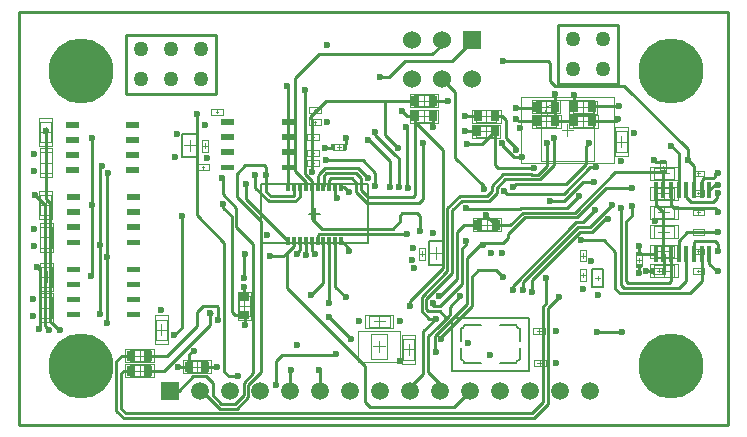
<source format=gbl>
G04*
G04 #@! TF.GenerationSoftware,Altium Limited,Altium Designer,18.0.12 (696)*
G04*
G04 Layer_Physical_Order=4*
G04 Layer_Color=16711680*
%FSLAX44Y44*%
%MOMM*%
G71*
G01*
G75*
%ADD14C,0.2540*%
%ADD15C,0.2000*%
%ADD19C,0.1270*%
%ADD20C,0.1000*%
%ADD21C,0.0500*%
%ADD23R,0.6000X0.4500*%
%ADD24R,0.4000X0.6000*%
%ADD27R,0.7000X0.9000*%
%ADD31R,0.4500X0.6000*%
%ADD33R,0.8000X0.9000*%
%ADD34R,0.9000X0.7000*%
%ADD59R,1.5000X1.5000*%
%ADD60C,1.5000*%
%ADD61C,1.2700*%
%ADD62C,1.5240*%
%ADD63R,1.5240X1.5240*%
%ADD64C,5.5000*%
%ADD65C,0.6000*%
%ADD66R,0.3000X0.7000*%
%ADD67R,0.6000X0.4000*%
%ADD68R,0.3500X1.4000*%
G36*
X233180Y253840D02*
X222198D01*
Y258759D01*
X233180D01*
Y253840D01*
D02*
G37*
G36*
X182180D02*
X171085D01*
Y258806D01*
X182180D01*
Y253840D01*
D02*
G37*
G36*
X101704Y251804D02*
X90722D01*
Y256723D01*
X101704D01*
Y251804D01*
D02*
G37*
G36*
X50704D02*
X39609D01*
Y256770D01*
X50704D01*
Y251804D01*
D02*
G37*
G36*
X233180Y241140D02*
X222216D01*
Y246056D01*
X233180D01*
Y241140D01*
D02*
G37*
G36*
X182180D02*
X171096D01*
Y246064D01*
X182180D01*
Y241140D01*
D02*
G37*
G36*
X101704Y239104D02*
X90740D01*
Y244020D01*
X101704D01*
Y239104D01*
D02*
G37*
G36*
X50704D02*
X39620D01*
Y244028D01*
X50704D01*
Y239104D01*
D02*
G37*
G36*
X233180Y228440D02*
X222227D01*
Y233331D01*
X233180D01*
Y228440D01*
D02*
G37*
G36*
X182180D02*
X171150D01*
Y233336D01*
X182180D01*
Y228440D01*
D02*
G37*
G36*
X101704Y226404D02*
X90751D01*
Y231295D01*
X101704D01*
Y226404D01*
D02*
G37*
G36*
X50704D02*
X39674D01*
Y231300D01*
X50704D01*
Y226404D01*
D02*
G37*
G36*
X233180Y215740D02*
X222219D01*
Y220607D01*
X233180D01*
Y215740D01*
D02*
G37*
G36*
X182180D02*
X171150D01*
Y220624D01*
X182180D01*
Y215740D01*
D02*
G37*
G36*
X101704Y213704D02*
X90743D01*
Y218571D01*
X101704D01*
Y213704D01*
D02*
G37*
G36*
X50704D02*
X39674D01*
Y218588D01*
X50704D01*
Y213704D01*
D02*
G37*
G36*
X102212Y190336D02*
X91230D01*
Y195255D01*
X102212D01*
Y190336D01*
D02*
G37*
G36*
X51212D02*
X40117D01*
Y195302D01*
X51212D01*
Y190336D01*
D02*
G37*
G36*
X102212Y177636D02*
X91248D01*
Y182552D01*
X102212D01*
Y177636D01*
D02*
G37*
G36*
X51212D02*
X40128D01*
Y182560D01*
X51212D01*
Y177636D01*
D02*
G37*
G36*
X102212Y164936D02*
X91259D01*
Y169827D01*
X102212D01*
Y164936D01*
D02*
G37*
G36*
X51212D02*
X40182D01*
Y169832D01*
X51212D01*
Y164936D01*
D02*
G37*
G36*
X102212Y152236D02*
X91251D01*
Y157103D01*
X102212D01*
Y152236D01*
D02*
G37*
G36*
X51212D02*
X40182D01*
Y157120D01*
X51212D01*
Y152236D01*
D02*
G37*
G36*
X102356Y129204D02*
X91374D01*
Y134123D01*
X102356D01*
Y129204D01*
D02*
G37*
G36*
X51356D02*
X40261D01*
Y134170D01*
X51356D01*
Y129204D01*
D02*
G37*
G36*
X102356Y116504D02*
X91392D01*
Y121420D01*
X102356D01*
Y116504D01*
D02*
G37*
G36*
X51356D02*
X40272D01*
Y121428D01*
X51356D01*
Y116504D01*
D02*
G37*
G36*
X102356Y103804D02*
X91403D01*
Y108695D01*
X102356D01*
Y103804D01*
D02*
G37*
G36*
X51356D02*
X40326D01*
Y108700D01*
X51356D01*
Y103804D01*
D02*
G37*
G36*
X102356Y91104D02*
X91395D01*
Y95971D01*
X102356D01*
Y91104D01*
D02*
G37*
G36*
X51356D02*
X40326D01*
Y95988D01*
X51356D01*
Y91104D01*
D02*
G37*
D14*
X295402Y242062D02*
X313690Y223774D01*
X276860Y238426D02*
Y243078D01*
X274828Y236394D02*
X276860Y238426D01*
X274828Y236394D02*
X275764Y235458D01*
X253615Y212880D02*
X258413Y217678D01*
X253615Y212072D02*
Y212880D01*
X252500Y210958D02*
X253615Y212072D01*
X252500Y201900D02*
Y210958D01*
X258413Y217678D02*
X287178D01*
X241808Y212291D02*
X247500Y206599D01*
Y201900D02*
Y206599D01*
X233520Y214831D02*
X242500Y205851D01*
Y201900D02*
Y205851D01*
X241808Y212291D02*
Y283718D01*
X245905Y260637D02*
X259842Y274574D01*
X245905Y260571D02*
X247820Y258655D01*
X245905Y260571D02*
Y260637D01*
X247820Y214472D02*
Y258655D01*
X267500Y193764D02*
X269240Y192024D01*
X267500Y193764D02*
Y201900D01*
X274604D02*
X279146Y197358D01*
X272500Y201900D02*
X274604D01*
X281940Y208788D02*
X285448Y205280D01*
Y197501D02*
Y205280D01*
Y197501D02*
X294735Y188214D01*
X289560Y199136D02*
Y209042D01*
Y199136D02*
X295656Y193040D01*
X263604Y208788D02*
X281940D01*
X259842Y213360D02*
X285242D01*
X259588Y224028D02*
X291142D01*
X285242Y213360D02*
X289560Y209042D01*
X287178Y217678D02*
X295354Y209502D01*
X291142Y224028D02*
X301498Y213672D01*
X294735Y188214D02*
X338328D01*
X204422Y163340D02*
Y172993D01*
X204300Y163218D02*
X204422Y163340D01*
X204300Y158418D02*
Y163218D01*
Y158418D02*
X204422Y158296D01*
Y44751D02*
Y158296D01*
X370586Y163163D02*
X376587Y169164D01*
X370586Y123698D02*
Y163163D01*
X73914Y96840D02*
Y143764D01*
X377564Y248800D02*
X387822D01*
X328168Y200914D02*
Y252222D01*
X227500Y201900D02*
Y286088D01*
X226822Y286766D02*
X227500Y286088D01*
X402638Y248616D02*
X402822Y248800D01*
X392020Y237998D02*
X402638Y248616D01*
X259842Y274574D02*
X309880D01*
X257679Y211196D02*
X259842Y213360D01*
X262500Y207684D02*
X263604Y208788D01*
X257679Y202079D02*
Y211196D01*
X257500Y201900D02*
X257679Y202079D01*
X233520Y214831D02*
Y293972D01*
X253492Y313944D01*
X275221Y162130D02*
X327992D01*
X190246Y124460D02*
Y143510D01*
X191262Y144526D01*
X150066Y177594D02*
Y263604D01*
X150114Y263652D01*
X150066Y177594D02*
X173688Y153972D01*
X309626Y245618D02*
Y274320D01*
Y245618D02*
X320802Y234442D01*
X309626Y274320D02*
X309880Y274574D01*
X328168Y261620D02*
X334892D01*
X323850Y265938D02*
X328168Y261620D01*
X341884Y191770D02*
Y238506D01*
X327660Y252222D02*
X328168D01*
X318468Y228648D02*
X321310Y225806D01*
X318402Y228648D02*
X318468D01*
X301244Y245806D02*
X318402Y228648D01*
X408432Y236728D02*
Y238563D01*
X402638Y220558D02*
X405264Y217932D01*
X412226Y242962D02*
X420796Y234392D01*
Y233254D02*
Y234392D01*
X402638Y220558D02*
Y248616D01*
X412226Y242962D02*
Y258080D01*
X408432Y236728D02*
X418592Y226568D01*
X425314D01*
X405264Y217932D02*
X436118D01*
X393293Y199644D02*
Y202337D01*
X362458Y183388D02*
X372824Y193754D01*
X396093D01*
X366522Y181705D02*
X374507Y189690D01*
X397776D01*
X537210Y224536D02*
X538806Y222940D01*
X545350D01*
X558350Y199060D02*
Y230320D01*
X552196Y236474D02*
X558350Y230320D01*
X262128Y91694D02*
X281178Y72644D01*
X226568Y116078D02*
X292608Y50038D01*
X226568Y116078D02*
Y146017D01*
X292608Y19558D02*
Y50038D01*
X223045Y143510D02*
X223553Y143002D01*
X212503Y143510D02*
X223045D01*
X223553Y143002D02*
X226568Y146017D01*
X193906Y34235D02*
X204422Y44751D01*
X184225Y193190D02*
X204422Y172993D01*
X172212Y195900D02*
X183896Y184216D01*
Y167386D02*
Y184216D01*
X196228Y154988D02*
X196294D01*
X192834Y158382D02*
X196228Y154988D01*
X192834Y158382D02*
Y158448D01*
X183896Y167386D02*
X192834Y158448D01*
X196294Y154988D02*
X197818Y153464D01*
Y43894D02*
Y153464D01*
X189842Y35918D02*
X197818Y43894D01*
X172212Y195900D02*
Y208527D01*
X330454Y104648D02*
X358394Y132588D01*
X330454Y100584D02*
Y104648D01*
X340662Y108459D02*
X362458Y130255D01*
X340662Y96218D02*
Y108459D01*
X344726Y106728D02*
X366522Y128524D01*
X344726Y97996D02*
Y106728D01*
X366522Y128524D02*
Y181705D01*
X362458Y130255D02*
Y183388D01*
X358394Y132588D02*
Y232971D01*
X301244Y245806D02*
Y248412D01*
X321310Y201168D02*
Y225806D01*
X313690Y201168D02*
Y223774D01*
X295656Y193040D02*
X333248D01*
X328168Y200914D02*
X328930D01*
X334892Y194684D02*
Y256473D01*
X294894Y241554D02*
X295402Y242062D01*
X309880Y274574D02*
X335146D01*
X333248Y193040D02*
X334892Y194684D01*
X338328Y188214D02*
X341884Y191770D01*
X409835Y308610D02*
X447802D01*
X449453Y306959D01*
X173688Y45006D02*
Y153972D01*
X232500Y151949D02*
Y155900D01*
X226568Y146017D02*
X232500Y151949D01*
X250444Y144526D02*
Y144592D01*
X247500Y147536D02*
X250444Y144592D01*
X234950Y144780D02*
Y145796D01*
X242500Y144342D02*
Y155900D01*
X234950Y145796D02*
X237500Y148346D01*
Y155900D01*
X247500Y147536D02*
Y155900D01*
X257556Y120650D02*
Y155844D01*
X247142Y110236D02*
X257556Y120650D01*
X257500Y155900D02*
X257556Y155844D01*
X278892Y147574D02*
Y149508D01*
X272500Y155900D02*
X278892Y149508D01*
X267500Y117310D02*
Y155900D01*
Y117310D02*
X276606Y108204D01*
X171958Y208781D02*
X172212Y208527D01*
X172720Y184092D02*
X179832Y176980D01*
X172720Y184092D02*
Y187198D01*
X209042Y211582D02*
Y218440D01*
X207518Y219964D02*
X209042Y218440D01*
X191516Y219964D02*
X207518D01*
X184225Y212673D02*
X191516Y219964D01*
X184225Y193190D02*
Y212673D01*
X167640Y101092D02*
X168402Y100330D01*
Y89154D02*
Y100330D01*
X179832Y95982D02*
Y176980D01*
X131064Y75946D02*
X137668Y82550D01*
X191770Y191630D02*
X227500Y155900D01*
X191770Y191630D02*
Y204470D01*
X211074Y189484D02*
X233520D01*
X212757Y193548D02*
X231837D01*
X209042Y197263D02*
X212757Y193548D01*
X199898Y200660D02*
Y211836D01*
Y200660D02*
X211074Y189484D01*
X209042Y197263D02*
Y211582D01*
X262500Y201900D02*
Y207684D01*
X334892Y256473D02*
Y261620D01*
Y256473D02*
X358394Y232971D01*
X358111Y293116D02*
X369316Y281911D01*
Y226314D02*
Y281911D01*
X336550Y179324D02*
X339090Y176784D01*
X324358Y179324D02*
X336550D01*
X322374Y177340D02*
X324358Y179324D01*
X339090Y164592D02*
Y176784D01*
X409835Y212344D02*
X433512D01*
X400162Y202671D02*
X409835Y212344D01*
X400162Y197823D02*
Y202671D01*
X396093Y193754D02*
X400162Y197823D01*
X411519Y208280D02*
X431829D01*
X404226Y200987D02*
X411519Y208280D01*
X404226Y196140D02*
Y200987D01*
X397776Y189690D02*
X404226Y196140D01*
X378762Y183340D02*
X423813D01*
X394970Y175710D02*
Y177546D01*
X410020Y198587D02*
X412661Y195946D01*
X418020Y201740D02*
X420242Y203962D01*
X412661Y195946D02*
X460868D01*
X322374Y172514D02*
Y177340D01*
X316054Y166194D02*
X322374Y172514D01*
X267208Y58928D02*
X268224Y59944D01*
X222250Y58928D02*
X267208D01*
X217424Y54102D02*
X222250Y58928D01*
X217424Y33782D02*
Y54102D01*
X229600Y46212D02*
X229870Y46482D01*
X229600Y28851D02*
Y46212D01*
X68580Y93980D02*
Y217424D01*
X255000Y28851D02*
Y45736D01*
X253746Y46990D02*
X255000Y45736D01*
X301498Y202692D02*
Y213672D01*
X252500Y160660D02*
X253970Y162130D01*
X252500Y155900D02*
Y160660D01*
X254843Y162194D02*
X275157D01*
X254779Y162130D02*
X254843Y162194D01*
X276905Y166194D02*
X316054D01*
X276841Y166258D02*
X276905Y166194D01*
X275157Y162194D02*
X275221Y162130D01*
X255890Y166258D02*
X276841D01*
X247500Y174648D02*
X255890Y166258D01*
X253970Y162130D02*
X254779D01*
X233520Y189484D02*
X237500Y193464D01*
X247500Y174648D02*
Y201900D01*
X339090Y164592D02*
X339344Y164338D01*
X379476Y237998D02*
X392020D01*
X155194Y101092D02*
X167640D01*
X150114Y96012D02*
X155194Y101092D01*
X150114Y83820D02*
Y96012D01*
X124968Y58674D02*
X150114Y83820D01*
X262500Y103750D02*
Y155900D01*
X262128Y103378D02*
X262500Y103750D01*
X161290Y93374D02*
X163166Y95250D01*
X167894Y88646D02*
X168402Y89154D01*
X109354Y58674D02*
X124968D01*
X161798Y95250D02*
X163166D01*
X161290Y84648D02*
Y93374D01*
X122854Y46212D02*
X161290Y84648D01*
X109354Y46212D02*
X122854D01*
X173688Y45006D02*
X177546Y41148D01*
X179832Y95982D02*
X182296Y93518D01*
X146256Y62484D02*
X147828D01*
X147320Y41148D02*
X157988D01*
X135022Y28851D02*
X147320Y41148D01*
X134112Y49276D02*
X134366Y49530D01*
X265256Y234950D02*
X265764Y235458D01*
X258826Y234950D02*
X265256D01*
X237500Y193464D02*
Y201900D01*
X232500Y194211D02*
Y201900D01*
X231837Y193548D02*
X232500Y194211D01*
X369316Y226314D02*
X393293Y202337D01*
X350146Y274574D02*
X362712D01*
X349892Y252088D02*
Y261620D01*
X177546Y41148D02*
X185420D01*
X483358Y167688D02*
X501598Y185928D01*
X487426Y181864D02*
Y182118D01*
X472234Y175816D02*
X496824Y200406D01*
X470551Y179880D02*
X504611Y213940D01*
X496824Y200406D02*
X518716D01*
X504611Y213940D02*
X545350D01*
X509270Y118727D02*
Y183642D01*
X292608Y19558D02*
X296926Y15240D01*
X368390D01*
X193906Y23651D02*
Y34235D01*
X184225Y13970D02*
X193906Y23651D01*
X351076Y100536D02*
X355806D01*
X355346Y108966D02*
X355600Y108712D01*
X355854Y96266D02*
X360205Y91915D01*
X346456Y96266D02*
X355854D01*
X350520Y101092D02*
Y103124D01*
X342138Y79502D02*
X352806Y90170D01*
X346710D02*
X352806D01*
X354095Y83360D02*
X354190D01*
X346202Y75467D02*
X354095Y83360D01*
X354978Y78438D02*
X355139D01*
X351584Y75044D02*
X354978Y78438D01*
X357378Y72644D02*
Y74930D01*
X364538Y100378D02*
X373126Y108966D01*
X364538Y93708D02*
Y100378D01*
X350520Y101092D02*
X351076Y100536D01*
X344726Y97996D02*
X346456Y96266D01*
X340662Y96218D02*
X346710Y90170D01*
X360205Y91915D02*
X362745D01*
X354190Y83360D02*
X362745Y91915D01*
X364538Y93708D01*
X355806Y100536D02*
X374650Y119380D01*
X191262Y144526D02*
Y145288D01*
X446532Y219304D02*
Y238506D01*
X433718Y212138D02*
X439366D01*
X446532Y219304D01*
X433512Y212344D02*
X433718Y212138D01*
X342138Y42926D02*
Y79502D01*
X331200Y28851D02*
Y31988D01*
X342138Y42926D01*
X452882Y242824D02*
X453136Y242570D01*
Y220161D02*
Y242570D01*
X432035Y208074D02*
X441049D01*
X453136Y220161D01*
X431829Y208280D02*
X432035Y208074D01*
X356600Y28851D02*
Y34528D01*
X346202Y44926D02*
X356600Y34528D01*
X346202Y44926D02*
Y75467D01*
X355600Y108712D02*
X370586Y123698D01*
X387897Y169164D02*
X388232Y169499D01*
X376587Y169164D02*
X387897D01*
X453390Y287274D02*
X512318D01*
X449453Y291211D02*
X453390Y287274D01*
X449453Y291211D02*
Y306959D01*
X566166Y224536D02*
Y233426D01*
X512318Y287274D02*
X566166Y233426D01*
X545350Y145060D02*
Y180074D01*
X538850Y186574D02*
X545350Y180074D01*
X538850Y186574D02*
Y199060D01*
X494777Y156464D02*
X504611Y146631D01*
Y115403D02*
Y146631D01*
Y115403D02*
X508254Y111760D01*
X434340Y123002D02*
X474962Y163624D01*
X434340Y112776D02*
Y123002D01*
X426720Y121129D02*
X473279Y167688D01*
X426720Y114300D02*
Y121129D01*
X182296Y93518D02*
X190500D01*
X131064Y75946D02*
Y76454D01*
X137668Y82550D02*
Y177292D01*
X143368Y49530D02*
Y59596D01*
X146256Y62484D01*
X134366Y49530D02*
X143368D01*
X157368D02*
X167640D01*
X86360Y43688D02*
X88884Y46212D01*
X86360Y13875D02*
Y43688D01*
Y13875D02*
X90329Y9906D01*
X82296Y12192D02*
X88646Y5842D01*
X435864D01*
X88884Y46212D02*
X94354D01*
X86868Y58674D02*
X94354D01*
X82296Y54102D02*
X86868Y58674D01*
X82296Y12192D02*
Y54102D01*
X190500Y108518D02*
Y116881D01*
Y93518D02*
X191008Y93010D01*
Y84582D02*
Y93010D01*
X417627Y117784D02*
X471595Y171752D01*
X417627Y114415D02*
Y117784D01*
X474962Y163624D02*
X485041D01*
X394970Y175710D02*
X397021D01*
X426101Y179880D02*
X470551D01*
X415719Y169499D02*
X426101Y179880D01*
X463852Y183944D02*
X473710Y193802D01*
X424417Y183944D02*
X463852D01*
X423813Y183340D02*
X424417Y183944D01*
X427784Y175816D02*
X472234D01*
X414098Y162130D02*
X427784Y175816D01*
X378206Y183896D02*
X378762Y183340D01*
X397021Y175710D02*
X403232Y169499D01*
X530606Y130810D02*
X536774D01*
X530606Y130480D02*
Y130810D01*
X515732Y120142D02*
X549793D01*
X513588Y122286D02*
X515732Y120142D01*
X513588Y122286D02*
Y172212D01*
X518922Y177546D01*
X577850Y121666D02*
Y145060D01*
X567944Y111760D02*
X577850Y121666D01*
X508254Y111760D02*
X567944D01*
X509270Y118727D02*
X512173Y115824D01*
X558292D02*
X564850Y122382D01*
X512173Y115824D02*
X558292D01*
X549793Y120142D02*
X551850Y122199D01*
X564850Y122382D02*
Y145060D01*
X551850Y122199D02*
Y145060D01*
X545350D02*
X545774Y144636D01*
Y130810D02*
Y144636D01*
X518922Y177546D02*
Y185420D01*
X483108Y218186D02*
X488696D01*
X485902Y205486D02*
X486410Y205994D01*
X477200Y205486D02*
X485902D01*
X461452Y189738D02*
X477200Y205486D01*
X471595Y171752D02*
X477314D01*
X473279Y167688D02*
X483358D01*
X403232Y169499D02*
X415719D01*
X449160Y189738D02*
X461452D01*
X460868Y195946D02*
X483108Y218186D01*
X477314Y171752D02*
X487426Y181864D01*
X485041Y163624D02*
X495915Y174498D01*
X475996Y156464D02*
X494777D01*
X414098Y158623D02*
Y162130D01*
X479806Y220980D02*
Y236474D01*
X462788Y203962D02*
X479806Y220980D01*
X420242Y203962D02*
X462788D01*
X495915Y174498D02*
X498703D01*
X571350Y199060D02*
Y219352D01*
X566166Y224536D02*
X571350Y219352D01*
X588823Y183439D02*
X592252Y180010D01*
X551850Y186020D02*
Y199060D01*
Y186020D02*
X554431Y183439D01*
X588823D01*
X545350Y199060D02*
Y213940D01*
X374650Y149352D02*
X378505Y153207D01*
X374650Y119380D02*
Y149352D01*
X378505Y153207D02*
Y156054D01*
X393293Y154077D02*
X409551D01*
X414098Y158623D01*
X392430Y152400D02*
Y153213D01*
X393293Y154077D01*
X389890Y152400D02*
X392430D01*
X378714Y141224D02*
X389890Y152400D01*
X377190Y261620D02*
X377190Y261620D01*
X387978D01*
X408686D02*
X412226Y258080D01*
X402978Y261620D02*
X408686D01*
X524510Y128630D02*
Y134700D01*
Y144700D02*
Y151678D01*
Y144700D02*
X524870Y145060D01*
X538850D01*
X584350Y199060D02*
X588938Y203648D01*
X590550D01*
X584350Y136500D02*
Y145060D01*
Y136500D02*
X590370Y130480D01*
X591160Y146990D02*
Y153720D01*
X589280Y155600D02*
X591160Y153720D01*
X572160Y155600D02*
X589280D01*
X571350Y145060D02*
Y154790D01*
X572160Y155600D01*
X558350Y145060D02*
Y156210D01*
X565640Y163500D01*
X591490D01*
X590624Y192633D02*
Y196124D01*
X564850Y192859D02*
Y199060D01*
Y192859D02*
X568479Y189230D01*
X587221D01*
X590624Y192633D01*
X577850Y199060D02*
Y207518D01*
X579882Y209550D01*
X588359D01*
X589280Y210471D02*
Y213030D01*
X588359Y209550D02*
X589280Y210471D01*
X577850Y199060D02*
X577850Y199060D01*
X443738Y19463D02*
Y100743D01*
X447906Y17884D02*
Y99164D01*
X355139Y78438D02*
X378920Y102219D01*
X357378Y74930D02*
X382984Y100536D01*
X378920Y102219D02*
Y111366D01*
X382984Y100536D02*
Y125494D01*
X368390Y15240D02*
X382000Y28851D01*
X304978Y294894D02*
X312674D01*
X366776Y308610D02*
X383286Y325120D01*
X326390Y308610D02*
X366776D01*
X312674Y294894D02*
X326390Y308610D01*
X357886Y322072D02*
Y325120D01*
X349758Y313944D02*
X357886Y322072D01*
X253492Y313944D02*
X349758D01*
X453647Y269494D02*
Y280159D01*
X453724Y257189D02*
X453865Y257048D01*
X470064D01*
X453647Y257267D02*
X453724Y257189D01*
X453647Y257267D02*
Y269494D01*
X505460Y257048D02*
X507238Y258826D01*
X485064Y257048D02*
X505460D01*
X422769Y257189D02*
X438724D01*
X420624Y259334D02*
X422769Y257189D01*
X484871Y269240D02*
X485379Y269748D01*
X507746D01*
X469871Y269240D02*
Y279371D01*
X351584Y63198D02*
Y75044D01*
Y63198D02*
X352552Y62230D01*
X73914Y143764D02*
X74676Y143002D01*
Y142494D02*
Y143002D01*
X73406Y143764D02*
X73914D01*
Y213106D01*
X434181Y9906D02*
X443738Y19463D01*
X182541Y18034D02*
X189842Y25335D01*
X171196Y18034D02*
X182541D01*
X163830Y25400D02*
X171196Y18034D01*
X163830Y25400D02*
Y35306D01*
X157988Y41148D02*
X163830Y35306D01*
X90329Y9906D02*
X434181D01*
X435864Y5842D02*
X447906Y17884D01*
X169513Y13970D02*
X184225D01*
X154632Y28851D02*
X169513Y13970D01*
X189842Y25335D02*
Y35918D01*
X443738Y100743D02*
X445704Y102709D01*
X447906Y99164D02*
X457020Y108278D01*
X445704Y102709D02*
Y124780D01*
X378714Y111572D02*
Y141224D01*
X382984Y125494D02*
X388760Y131270D01*
X403908D02*
X409956Y125222D01*
X437377Y268224D02*
X438647Y269494D01*
X420370Y268224D02*
X437377D01*
X479806Y236474D02*
X482346Y239014D01*
X388760Y131270D02*
X403908D01*
X378714Y111572D02*
X378920Y111366D01*
X153400Y28851D02*
X154632D01*
X128000D02*
X135022D01*
X68580Y217424D02*
X70104Y218948D01*
X67310Y152400D02*
X68072D01*
X61468Y126492D02*
Y186436D01*
X74374Y86820D02*
Y96380D01*
X73914Y86360D02*
X74374Y86820D01*
X73914Y96840D02*
X74374Y96380D01*
X61468Y186436D02*
Y243078D01*
X60960Y125984D02*
X61468Y126492D01*
X22352Y191486D02*
Y248666D01*
Y191486D02*
X25860Y187978D01*
X30686Y83136D02*
X33162Y80660D01*
X30686Y83136D02*
Y83267D01*
X27292Y86661D02*
X30686Y83267D01*
X27161Y86661D02*
X27292D01*
X25860Y87962D02*
X27161Y86661D01*
X25860Y87962D02*
Y187978D01*
X22558Y83201D02*
X24892Y80867D01*
X22558Y83201D02*
Y83426D01*
X21796Y84188D02*
X22558Y83426D01*
X21796Y84188D02*
Y186295D01*
X33162Y80660D02*
X34290D01*
X13462Y194629D02*
X21796Y186295D01*
X14808Y134170D02*
X17732Y131246D01*
Y81994D02*
Y131246D01*
X16764Y81026D02*
X17732Y81994D01*
X488950Y78410D02*
X510464D01*
X166190Y280468D02*
Y330252D01*
X89990D02*
X166190D01*
X89990Y280468D02*
Y330252D01*
Y280468D02*
X166190D01*
X455930Y338836D02*
X506730D01*
Y289052D02*
Y338836D01*
X455930Y289052D02*
X506730D01*
X455930D02*
Y338836D01*
X0Y0D02*
X600000D01*
X0D02*
Y350000D01*
X600000D01*
Y0D02*
Y350000D01*
D15*
X388112Y258064D02*
X389636Y259588D01*
X346810Y135796D02*
X359310D01*
Y155796D01*
X346810D02*
X359310D01*
X346810Y135796D02*
Y155796D01*
X205000Y153900D02*
X225000D01*
X205000D02*
Y203900D01*
X295000D01*
Y153900D02*
Y203900D01*
X225000Y153900D02*
X295000D01*
X150522Y226728D02*
Y246728D01*
X138022Y226728D02*
X150522D01*
X138022D02*
Y246728D01*
X150522D01*
X485307Y116710D02*
X493807D01*
Y132210D01*
X485307D02*
X493807D01*
X485307Y116710D02*
Y132210D01*
X250000Y173900D02*
Y183900D01*
Y178900D02*
Y183900D01*
X245000Y178900D02*
X250000D01*
X245000D02*
X255000D01*
D19*
X423780Y55580D02*
G03*
X420780Y52580I0J-3000D01*
G01*
X376780D02*
G03*
X373780Y55580I-3000J0D01*
G01*
X420780Y84580D02*
G03*
X423780Y81580I3000J0D01*
G01*
X373780D02*
G03*
X376780Y84580I0J3000D01*
G01*
X366280Y46080D02*
Y91080D01*
X431280D01*
Y46080D02*
Y91080D01*
X366280Y46080D02*
X431280D01*
X423780Y55580D02*
Y65580D01*
X406780Y52580D02*
X420780D01*
X376780D02*
X390780D01*
X373780Y55580D02*
Y65580D01*
X423780Y71580D02*
Y81580D01*
X406780Y84580D02*
X420780D01*
X376780D02*
X390780D01*
X373780Y71580D02*
Y81580D01*
D20*
X455602Y266004D02*
G03*
X455602Y266004I-5000J0D01*
G01*
X338368Y140034D02*
X343368D01*
Y150034D01*
X338368D02*
X343368D01*
X338368Y140034D02*
Y150034D01*
X265764Y237958D02*
X275764D01*
X265764Y232958D02*
Y237958D01*
Y232958D02*
X275764D01*
Y237958D01*
X141618Y44780D02*
Y54280D01*
X159118Y44780D02*
Y54280D01*
X141618Y44780D02*
X159118D01*
X141618Y54280D02*
X159118D01*
X185750Y92518D02*
X195250D01*
X185750Y109518D02*
X195250D01*
Y92518D02*
Y109518D01*
X185750Y92518D02*
Y109518D01*
X522010Y134700D02*
X527010D01*
X522010D02*
Y144700D01*
X527010D01*
Y134700D02*
Y144700D01*
X536274Y128310D02*
Y133310D01*
X546274D01*
Y128310D02*
Y133310D01*
X536274Y128310D02*
X546274D01*
X542850Y213440D02*
X547850D01*
X542850D02*
Y223440D01*
X547850D01*
Y213440D02*
Y223440D01*
X387232Y164749D02*
Y174249D01*
X404232Y164749D02*
Y174249D01*
X387232Y164749D02*
X404232D01*
X387232Y174249D02*
X404232D01*
X245190Y264200D02*
Y269200D01*
Y264200D02*
X255190D01*
Y269200D01*
X245190D02*
X255190D01*
Y253790D02*
Y258790D01*
X245190D02*
X255190D01*
X245190Y253790D02*
Y258790D01*
Y253790D02*
X255190D01*
X253666Y241086D02*
Y246086D01*
X243666D02*
X253666D01*
X243666Y241086D02*
Y246086D01*
Y241086D02*
X253666D01*
Y227878D02*
Y232878D01*
X243666D02*
X253666D01*
X243666Y227878D02*
Y232878D01*
Y227878D02*
X253666D01*
X243666Y219496D02*
Y224496D01*
Y219496D02*
X253666D01*
Y224496D01*
X243666D02*
X253666D01*
X159868Y231474D02*
Y241474D01*
X154868Y231474D02*
X159868D01*
X154868D02*
Y241474D01*
X159868D01*
X150496Y215690D02*
X160496D01*
X150496D02*
Y220690D01*
X160496D01*
Y215690D02*
Y220690D01*
X162132Y267930D02*
X172132D01*
Y262930D02*
Y267930D01*
X162132Y262930D02*
X172132D01*
X162132D02*
Y267930D01*
X569980Y166000D02*
X579980D01*
Y161000D02*
Y166000D01*
X569980Y161000D02*
X579980D01*
X569980D02*
Y166000D01*
Y149490D02*
X579980D01*
Y144490D02*
Y149490D01*
X569980Y144490D02*
X579980D01*
X569980D02*
Y149490D01*
Y132980D02*
X579980D01*
Y127980D02*
Y132980D01*
X569980Y127980D02*
X579980D01*
X569980D02*
Y132980D01*
Y215530D02*
X579980D01*
Y210530D02*
Y215530D01*
X569980Y210530D02*
X579980D01*
X569980D02*
Y215530D01*
Y198870D02*
X579980D01*
Y193870D02*
Y198870D01*
X569980Y193870D02*
X579980D01*
X569980D02*
Y198870D01*
Y182510D02*
X579980D01*
Y177510D02*
Y182510D01*
X569980Y177510D02*
X579980D01*
X569980D02*
Y182510D01*
X537150Y168250D02*
X554150D01*
X537150Y158750D02*
X554150D01*
X537150D02*
Y168250D01*
X554150Y158750D02*
Y168250D01*
X537150Y151740D02*
X554150D01*
X537150Y142240D02*
X554150D01*
X537150D02*
Y151740D01*
X554150Y142240D02*
Y151740D01*
X537150Y135230D02*
X554150D01*
X537150Y125730D02*
X554150D01*
X537150D02*
Y135230D01*
X554150Y125730D02*
Y135230D01*
X537150Y217780D02*
X554150D01*
X537150Y208280D02*
X554150D01*
X537150D02*
Y217780D01*
X554150Y208280D02*
Y217780D01*
X537150Y201120D02*
X554150D01*
X537150Y191620D02*
X554150D01*
X537150D02*
Y201120D01*
X554150Y191620D02*
Y201120D01*
X537150Y184760D02*
X554150D01*
X537150Y175260D02*
X554150D01*
X537150D02*
Y184760D01*
X554150Y175260D02*
Y184760D01*
X475020Y122000D02*
Y132000D01*
X480020D01*
Y122000D02*
Y132000D01*
X475020Y122000D02*
X480020D01*
X474436Y138510D02*
Y148510D01*
X479436D01*
Y138510D02*
Y148510D01*
X474436Y138510D02*
X479436D01*
X434968Y77510D02*
X444968D01*
X434968D02*
Y82510D01*
X444968D01*
Y77510D02*
Y82510D01*
X435690Y50284D02*
X445690D01*
X435690D02*
Y55284D01*
X445690D01*
Y50284D02*
Y55284D01*
X468871Y273990D02*
X485872D01*
X468871Y264490D02*
X485872D01*
Y273990D01*
X468871Y264490D02*
Y273990D01*
X437646Y274244D02*
X454646D01*
X437646Y264744D02*
X454646D01*
Y274244D01*
X437646Y264744D02*
Y274244D01*
X437724Y261939D02*
X454724D01*
X437724Y252439D02*
X454724D01*
Y261939D01*
X437724Y252439D02*
Y261939D01*
X486063Y252298D02*
Y261798D01*
X469063Y252298D02*
Y261798D01*
X486063D01*
X469063Y252298D02*
X486063D01*
X386978Y266370D02*
X403978D01*
X386978Y256870D02*
X403978D01*
Y266370D01*
X386978Y256870D02*
Y266370D01*
X386822Y253550D02*
X403822D01*
X386822Y244050D02*
X403822D01*
Y253550D01*
X386822Y244050D02*
Y253550D01*
X334146Y269824D02*
X351146D01*
X334146Y279324D02*
X351146D01*
X334146Y269824D02*
Y279324D01*
X351146Y269824D02*
Y279324D01*
X333892Y256870D02*
X350892D01*
X333892Y266370D02*
X350892D01*
X333892Y256870D02*
Y266370D01*
X350892Y256870D02*
Y266370D01*
X17856Y213446D02*
Y230946D01*
X27356Y213446D02*
Y230946D01*
X17856Y213446D02*
X27356D01*
X17856Y230946D02*
X27356D01*
X296050Y92634D02*
X313550D01*
X296050Y83134D02*
X313550D01*
X296050D02*
Y92634D01*
X313550Y83134D02*
Y92634D01*
X324942Y55508D02*
Y72508D01*
X334442Y55508D02*
Y72508D01*
X324942Y55508D02*
X334442D01*
X324942Y72508D02*
X334442D01*
X311546Y55798D02*
Y77298D01*
X297546Y55798D02*
Y77298D01*
Y55798D02*
X311546D01*
X297546Y77298D02*
X311546D01*
X125146Y72367D02*
Y89367D01*
X115646Y72367D02*
Y89367D01*
X125146D01*
X115646Y72367D02*
X125146D01*
X514394Y231258D02*
Y248758D01*
X504893Y231258D02*
Y248758D01*
X514394D01*
X504893Y231258D02*
X514394D01*
X441602Y224004D02*
Y275004D01*
X486601Y224004D02*
Y275004D01*
X441602D02*
X486601D01*
X441602Y224004D02*
X486601D01*
X110354Y41462D02*
Y50962D01*
X93354Y41462D02*
Y50962D01*
X110354D01*
X93354Y41462D02*
X110354D01*
Y53924D02*
Y63424D01*
X93354Y53924D02*
Y63424D01*
X110354D01*
X93354Y53924D02*
X110354D01*
X18230Y108176D02*
X27730D01*
X18230Y90676D02*
X27730D01*
Y108176D01*
X18230Y90676D02*
Y108176D01*
X17900Y167714D02*
X27400D01*
X17900Y150214D02*
X27400D01*
Y167714D01*
X17900Y150214D02*
Y167714D01*
X17653Y256496D02*
X27153D01*
X17653Y239496D02*
X27153D01*
Y256496D01*
X17653Y239496D02*
Y256496D01*
X17448Y177629D02*
Y194629D01*
X26948Y177629D02*
Y194629D01*
X17448Y177629D02*
X26948D01*
X17448Y194629D02*
X26948D01*
X18409Y116976D02*
Y133976D01*
X27909Y116976D02*
Y133976D01*
X18409Y116976D02*
X27909D01*
X18409Y133976D02*
X27909D01*
X348060Y145796D02*
X358060D01*
X353060Y140796D02*
Y150796D01*
X340868Y143034D02*
Y147034D01*
X338868Y145034D02*
X342868D01*
X270764Y233458D02*
Y237458D01*
X268764Y235458D02*
X272764D01*
X138368Y44030D02*
Y55030D01*
X162368Y44030D02*
Y55030D01*
X138368Y44030D02*
X162368D01*
X138368Y55030D02*
X162368D01*
X145618Y49530D02*
X155118D01*
X150368Y44780D02*
Y54280D01*
X185000Y89018D02*
X196000D01*
X185000Y113018D02*
X196000D01*
Y89018D02*
Y113018D01*
X185000Y89018D02*
Y113018D01*
X190500Y96268D02*
Y105768D01*
X185750Y101018D02*
X195250D01*
X524510Y137700D02*
Y141700D01*
X522510Y139700D02*
X526510D01*
X383732Y163999D02*
Y174999D01*
X407732Y163999D02*
Y174999D01*
X383732Y163999D02*
X407732D01*
X383732Y174999D02*
X407732D01*
X390982Y169499D02*
X400482D01*
X395732Y164749D02*
Y174249D01*
X155368Y236474D02*
X159368D01*
X157368Y234474D02*
Y238474D01*
X144272Y231728D02*
Y241728D01*
X139272Y236728D02*
X149272D01*
X545650Y158750D02*
Y168250D01*
X540900Y163500D02*
X550400D01*
X533650Y169000D02*
X557650D01*
X533650Y158000D02*
X557650D01*
X533650D02*
Y169000D01*
X557650Y158000D02*
Y169000D01*
X545650Y142240D02*
Y151740D01*
X540900Y146990D02*
X550400D01*
X533650Y152490D02*
X557650D01*
X533650Y141490D02*
X557650D01*
X533650D02*
Y152490D01*
X557650Y141490D02*
Y152490D01*
X545650Y125730D02*
Y135230D01*
X540900Y130480D02*
X550400D01*
X533650Y135980D02*
X557650D01*
X533650Y124980D02*
X557650D01*
X533650D02*
Y135980D01*
X557650Y124980D02*
Y135980D01*
X545650Y208280D02*
Y217780D01*
X540900Y213030D02*
X550400D01*
X533650Y218530D02*
X557650D01*
X533650Y207530D02*
X557650D01*
X533650D02*
Y218530D01*
X557650Y207530D02*
Y218530D01*
X545650Y191620D02*
Y201120D01*
X540900Y196370D02*
X550400D01*
X533650Y201870D02*
X557650D01*
X533650Y190870D02*
X557650D01*
X533650D02*
Y201870D01*
X557650Y190870D02*
Y201870D01*
X545650Y175260D02*
Y184760D01*
X540900Y180010D02*
X550400D01*
X533650Y185510D02*
X557650D01*
X533650Y174510D02*
X557650D01*
X533650D02*
Y185510D01*
X557650Y174510D02*
Y185510D01*
X489557Y122460D02*
Y126460D01*
X487557Y124460D02*
X491557D01*
X475520Y127000D02*
X479520D01*
X477520Y125000D02*
Y129000D01*
X474936Y143510D02*
X478936D01*
X476936Y141510D02*
Y145510D01*
X439968Y78010D02*
Y82010D01*
X437968Y80010D02*
X441968D01*
X440690Y50784D02*
Y54784D01*
X438690Y52784D02*
X442690D01*
X477371Y264490D02*
Y273990D01*
X472621Y269240D02*
X482122D01*
X465372Y274740D02*
X489371D01*
X465372Y263740D02*
X489371D01*
Y274740D01*
X465372Y263740D02*
Y274740D01*
X446147Y264744D02*
Y274244D01*
X441397Y269494D02*
X450896D01*
X434147Y274994D02*
X458147D01*
X434147Y263994D02*
X458147D01*
Y274994D01*
X434147Y263994D02*
Y274994D01*
X446224Y252439D02*
Y261939D01*
X441474Y257189D02*
X450974D01*
X434224Y262689D02*
X458224D01*
X434224Y251689D02*
X458224D01*
Y262689D01*
X434224Y251689D02*
Y262689D01*
X489563Y251548D02*
Y262548D01*
X465564Y251548D02*
Y262548D01*
X489563D01*
X465564Y251548D02*
X489563D01*
X472813Y257048D02*
X482313D01*
X477564Y252298D02*
Y261798D01*
X395478Y256870D02*
Y266370D01*
X390728Y261620D02*
X400228D01*
X383478Y267120D02*
X407478D01*
X383478Y256120D02*
X407478D01*
Y267120D01*
X383478Y256120D02*
Y267120D01*
X395322Y244050D02*
Y253550D01*
X390572Y248800D02*
X400072D01*
X383322Y254300D02*
X407322D01*
X383322Y243300D02*
X407322D01*
Y254300D01*
X383322Y243300D02*
Y254300D01*
X342646Y269824D02*
Y279324D01*
X337896Y274574D02*
X347396D01*
X330646Y269074D02*
X354646D01*
X330646Y280074D02*
X354646D01*
X330646Y269074D02*
Y280074D01*
X354646Y269074D02*
Y280074D01*
X342392Y256870D02*
Y266370D01*
X337642Y261620D02*
X347142D01*
X330392Y256120D02*
X354392D01*
X330392Y267120D02*
X354392D01*
X330392Y256120D02*
Y267120D01*
X354392Y256120D02*
Y267120D01*
X17856Y222196D02*
X27356D01*
X22606Y217446D02*
Y226946D01*
X17106Y210196D02*
Y234196D01*
X28106Y210196D02*
Y234196D01*
X17106Y210196D02*
X28106D01*
X17106Y234196D02*
X28106D01*
X304800Y83134D02*
Y92634D01*
X300050Y87884D02*
X309550D01*
X292800Y93384D02*
X316800D01*
X292800Y82384D02*
X316800D01*
X292800D02*
Y93384D01*
X316800Y82384D02*
Y93384D01*
X324942Y64008D02*
X334442D01*
X329692Y59258D02*
Y68758D01*
X324192Y52008D02*
Y76008D01*
X335192Y52008D02*
Y76008D01*
X324192Y52008D02*
X335192D01*
X324192Y76008D02*
X335192D01*
X299546Y66548D02*
X309546D01*
X304546Y61548D02*
Y71548D01*
X115646Y80867D02*
X125146D01*
X120396Y76117D02*
Y85617D01*
X125896Y68867D02*
Y92867D01*
X114896Y68867D02*
Y92867D01*
X125896D01*
X114896Y68867D02*
X125896D01*
X504893Y240008D02*
X514394D01*
X509644Y235258D02*
Y244758D01*
X515144Y228008D02*
Y252008D01*
X504143Y228008D02*
Y252008D01*
X515144D01*
X504143Y228008D02*
X515144D01*
X459101Y249504D02*
X469102D01*
X464101Y244504D02*
Y254504D01*
X113854Y40712D02*
Y51712D01*
X89854Y40712D02*
Y51712D01*
X113854D01*
X89854Y40712D02*
X113854D01*
X97104Y46212D02*
X106604D01*
X101854Y41462D02*
Y50962D01*
X113854Y53174D02*
Y64174D01*
X89854Y53174D02*
Y64174D01*
X113854D01*
X89854Y53174D02*
X113854D01*
X97104Y58674D02*
X106604D01*
X101854Y53924D02*
Y63424D01*
X17480Y111426D02*
X28480D01*
X17480Y87426D02*
X28480D01*
Y111426D01*
X17480Y87426D02*
Y111426D01*
X22980Y94676D02*
Y104176D01*
X18230Y99426D02*
X27730D01*
X17150Y170964D02*
X28150D01*
X17150Y146964D02*
X28150D01*
Y170964D01*
X17150Y146964D02*
Y170964D01*
X22650Y154214D02*
Y163714D01*
X17900Y158964D02*
X27400D01*
X16903Y259996D02*
X27903D01*
X16903Y235996D02*
X27903D01*
Y259996D01*
X16903Y235996D02*
Y259996D01*
X22403Y243246D02*
Y252746D01*
X17653Y247996D02*
X27153D01*
X17448Y186129D02*
X26948D01*
X22198Y181379D02*
Y190879D01*
X16698Y174129D02*
Y198129D01*
X27698Y174129D02*
Y198129D01*
X16698Y174129D02*
X27698D01*
X16698Y198129D02*
X27698D01*
X18409Y125476D02*
X27909D01*
X23159Y120726D02*
Y130226D01*
X17659Y113476D02*
Y137476D01*
X28659Y113476D02*
Y137476D01*
X17659Y113476D02*
X28659D01*
X17659Y137476D02*
X28659D01*
D21*
X540274Y130810D02*
X542274D01*
X541274Y129810D02*
Y131810D01*
X545350Y217440D02*
Y219440D01*
X544350Y218440D02*
X546350D01*
X249190Y266700D02*
X251190D01*
X250190Y265700D02*
Y267700D01*
X249190Y256290D02*
X251190D01*
X250190Y255290D02*
Y257290D01*
X247666Y243586D02*
X249666D01*
X248666Y242586D02*
Y244586D01*
X247666Y230378D02*
X249666D01*
X248666Y229378D02*
Y231378D01*
X247666Y221996D02*
X249666D01*
X248666Y220996D02*
Y222996D01*
X155496Y217190D02*
Y219190D01*
X154496Y218190D02*
X156496D01*
X167132Y264430D02*
Y266430D01*
X166132Y265430D02*
X168132D01*
X574980Y162500D02*
Y164500D01*
X573980Y163500D02*
X575980D01*
X574980Y145990D02*
Y147990D01*
X573980Y146990D02*
X575980D01*
X574980Y129480D02*
Y131480D01*
X573980Y130480D02*
X575980D01*
X574980Y212030D02*
Y214030D01*
X573980Y213030D02*
X575980D01*
X574980Y195370D02*
Y197370D01*
X573980Y196370D02*
X575980D01*
X574980Y179010D02*
Y181010D01*
X573980Y180010D02*
X575980D01*
X322546Y53048D02*
Y80048D01*
X286546Y53048D02*
Y80048D01*
Y53048D02*
X322546D01*
X286546Y80048D02*
X322546D01*
X425102Y221504D02*
Y277504D01*
X503102Y221504D02*
Y277504D01*
X425102D02*
X503102D01*
X425102Y221504D02*
X503102D01*
D23*
X524510Y144700D02*
D03*
Y134700D02*
D03*
D24*
X536774Y130810D02*
D03*
X545774D02*
D03*
D27*
X388232Y169499D02*
D03*
X403232D02*
D03*
X484871Y269240D02*
D03*
X469871D02*
D03*
X453647Y269494D02*
D03*
X438647D02*
D03*
X453724Y257189D02*
D03*
X438724D02*
D03*
X485064Y257048D02*
D03*
X470064D02*
D03*
X402978Y261620D02*
D03*
X387978D02*
D03*
X402822Y248800D02*
D03*
X387822D02*
D03*
X335146Y274574D02*
D03*
X350146D02*
D03*
X334892Y261620D02*
D03*
X349892D02*
D03*
X109354Y46212D02*
D03*
X94354D02*
D03*
X109354Y58674D02*
D03*
X94354D02*
D03*
D31*
X275764Y235458D02*
D03*
X265764D02*
D03*
D33*
X143368Y49530D02*
D03*
X157368D02*
D03*
D34*
X190500Y93518D02*
D03*
Y108518D02*
D03*
D59*
X128000Y28851D02*
D03*
D60*
X153400D02*
D03*
X178800D02*
D03*
X204200D02*
D03*
X229600D02*
D03*
X255000D02*
D03*
X280400D02*
D03*
X305800D02*
D03*
X331200D02*
D03*
X356600D02*
D03*
X382000D02*
D03*
X407400D02*
D03*
X432800D02*
D03*
X458200D02*
D03*
X483600D02*
D03*
D61*
X153490Y292660D02*
D03*
Y318060D02*
D03*
X128090Y292660D02*
D03*
Y318060D02*
D03*
X102690Y292660D02*
D03*
Y318060D02*
D03*
X494030Y301244D02*
D03*
Y326644D02*
D03*
X468630Y301244D02*
D03*
Y326644D02*
D03*
D62*
X332711Y293116D02*
D03*
X358111D02*
D03*
X383511D02*
D03*
X332711Y326136D02*
D03*
X358111D02*
D03*
D63*
X383511D02*
D03*
D64*
X552000Y50000D02*
D03*
Y300000D02*
D03*
X52000D02*
D03*
Y50000D02*
D03*
D65*
X276860Y243078D02*
D03*
X247820Y214472D02*
D03*
X269240Y192024D02*
D03*
X279146Y197358D02*
D03*
X210094Y160818D02*
D03*
X350520Y162814D02*
D03*
X377564Y248800D02*
D03*
X226822Y286766D02*
D03*
X241808Y283718D02*
D03*
X327992Y162130D02*
D03*
X190246Y124460D02*
D03*
X150114Y263652D02*
D03*
X132080Y226822D02*
D03*
X323850Y265938D02*
D03*
X341884Y238506D02*
D03*
X327660Y252222D02*
D03*
X320802Y234442D02*
D03*
X408432Y238563D02*
D03*
X425314Y226568D02*
D03*
X393293Y199644D02*
D03*
X537210Y224536D02*
D03*
X509644Y223909D02*
D03*
X322580Y54102D02*
D03*
X281178Y72644D02*
D03*
X262128Y91694D02*
D03*
X287274Y87884D02*
D03*
X322072D02*
D03*
X212503Y143510D02*
D03*
X235204Y67818D02*
D03*
X483870Y139192D02*
D03*
X477520Y115014D02*
D03*
X489557Y110137D02*
D03*
X332660Y140034D02*
D03*
X333919Y132751D02*
D03*
X333074Y150034D02*
D03*
X157368Y254366D02*
D03*
X158750Y225806D02*
D03*
X133630Y246228D02*
D03*
X321310Y201168D02*
D03*
X328930Y200914D02*
D03*
X301244Y248412D02*
D03*
X313690Y201168D02*
D03*
X294894Y241554D02*
D03*
X409835Y308610D02*
D03*
X234950Y144780D02*
D03*
X242500Y144342D02*
D03*
X250444Y144526D02*
D03*
X278892Y147574D02*
D03*
X171958Y208781D02*
D03*
X172720Y187198D02*
D03*
X191770Y204470D02*
D03*
X199898Y211836D02*
D03*
X209042Y211582D02*
D03*
X394970Y177546D02*
D03*
X410020Y198587D02*
D03*
X436118Y217932D02*
D03*
X418020Y201740D02*
D03*
X330454Y100584D02*
D03*
X268224Y59944D02*
D03*
X217424Y33782D02*
D03*
X229870Y46482D02*
D03*
X253746Y46990D02*
D03*
X301498Y202692D02*
D03*
X339344Y164338D02*
D03*
X379476Y237998D02*
D03*
X262128Y103378D02*
D03*
X247142Y110236D02*
D03*
X167894Y88646D02*
D03*
X161798Y95250D02*
D03*
X147828Y62484D02*
D03*
X134112Y49276D02*
D03*
X259588Y224028D02*
D03*
X295354Y209502D02*
D03*
X258826Y234950D02*
D03*
X362712Y274574D02*
D03*
X349892Y252088D02*
D03*
X518716Y200406D02*
D03*
X501598Y185928D02*
D03*
X487426Y182118D02*
D03*
X509270Y183642D02*
D03*
X355346Y108966D02*
D03*
X350520Y103124D02*
D03*
X352806Y90170D02*
D03*
X357378Y72644D02*
D03*
X191262Y144526D02*
D03*
X446532Y238506D02*
D03*
X452882Y242824D02*
D03*
X373126Y108966D02*
D03*
X276606Y108204D02*
D03*
X260600Y256290D02*
D03*
X131064Y76454D02*
D03*
X137668Y177292D02*
D03*
X167640Y49530D02*
D03*
X185420Y41148D02*
D03*
X120396Y97536D02*
D03*
X190500Y116881D02*
D03*
X191008Y84582D02*
D03*
X378206Y183896D02*
D03*
X530606Y130480D02*
D03*
X518922Y185420D02*
D03*
X488696Y218186D02*
D03*
X486410Y205994D02*
D03*
X449160Y189738D02*
D03*
X473710Y193802D02*
D03*
X475996Y156464D02*
D03*
X420796Y233254D02*
D03*
X566166Y224536D02*
D03*
X552196Y236474D02*
D03*
X520566Y247008D02*
D03*
X378505Y156054D02*
D03*
X392430Y152400D02*
D03*
X524510Y128630D02*
D03*
Y151678D02*
D03*
X399796Y145796D02*
D03*
X591820Y130480D02*
D03*
Y146990D02*
D03*
Y163500D02*
D03*
Y196124D02*
D03*
Y180010D02*
D03*
Y203648D02*
D03*
Y213030D02*
D03*
X538150Y172390D02*
D03*
X454660Y52784D02*
D03*
Y80010D02*
D03*
X398282Y59690D02*
D03*
X379730Y69850D02*
D03*
X377190Y261620D02*
D03*
X304978Y294894D02*
D03*
X453647Y280159D02*
D03*
X423672Y251206D02*
D03*
X507746Y269748D02*
D03*
X469871Y279371D02*
D03*
X352552Y62230D02*
D03*
X408940Y146050D02*
D03*
X74676Y142494D02*
D03*
X498703Y174498D02*
D03*
X260350Y322060D02*
D03*
X445704Y124780D02*
D03*
X420624Y259334D02*
D03*
X420370Y268224D02*
D03*
X507238Y258826D02*
D03*
X482346Y239014D02*
D03*
X409956Y125222D02*
D03*
X417627Y114415D02*
D03*
X426720Y114300D02*
D03*
X434340Y112776D02*
D03*
X70104Y218948D02*
D03*
X68072Y152400D02*
D03*
X68580Y93980D02*
D03*
X75184Y213360D02*
D03*
X73914Y86360D02*
D03*
X61468Y243078D02*
D03*
X60960Y125984D02*
D03*
X61468Y186436D02*
D03*
X22352Y248666D02*
D03*
X24892Y80867D02*
D03*
X34290Y80660D02*
D03*
X13462Y194629D02*
D03*
X14808Y134170D02*
D03*
X16764Y81026D02*
D03*
X12642Y215196D02*
D03*
X12056Y229196D02*
D03*
X12476Y151964D02*
D03*
X12294Y165964D02*
D03*
X11908Y92426D02*
D03*
X11938Y106426D02*
D03*
X510464Y78410D02*
D03*
X488950D02*
D03*
X457020Y108278D02*
D03*
D66*
X272500Y201900D02*
D03*
Y155900D02*
D03*
X267500Y201900D02*
D03*
Y155900D02*
D03*
X262500Y201900D02*
D03*
Y155900D02*
D03*
X257500Y201900D02*
D03*
Y155900D02*
D03*
X252500Y201900D02*
D03*
Y155900D02*
D03*
X247500Y201900D02*
D03*
Y155900D02*
D03*
X242500Y201900D02*
D03*
Y155900D02*
D03*
X237500Y201900D02*
D03*
Y155900D02*
D03*
X232500Y201900D02*
D03*
Y155900D02*
D03*
X227500Y201900D02*
D03*
Y155900D02*
D03*
D67*
X545350Y213940D02*
D03*
Y222940D02*
D03*
D68*
X538850Y199060D02*
D03*
X545350D02*
D03*
X551850D02*
D03*
X558350D02*
D03*
X564850D02*
D03*
X571350D02*
D03*
X577850D02*
D03*
X584350D02*
D03*
X538850Y145060D02*
D03*
X545350D02*
D03*
X551850D02*
D03*
X558350D02*
D03*
X564850D02*
D03*
X571350D02*
D03*
X577850D02*
D03*
X584350D02*
D03*
M02*

</source>
